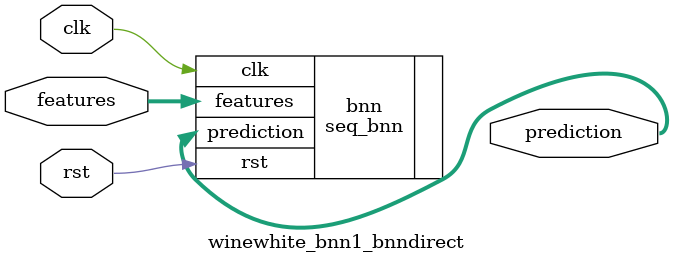
<source format=v>













module winewhite_bnn1_bnndirect #(

parameter FEAT_CNT = 11,
parameter HIDDEN_CNT = 40,
parameter FEAT_BITS = 4,
parameter CLASS_CNT = 7,
parameter TEST_CNT = 1000


  ) (
  input clk,
  input rst,
  input [FEAT_CNT*FEAT_BITS-1:0] features,
  output [$clog2(CLASS_CNT)-1:0] prediction
  );

  localparam Weights0 = 440'b00011010011100000111111101010010001110010001110101011000101011010010000000000011000101001110010010000100111010001101001110100111111011110001010100011011101001010000111100010010010001110111111110000101101000010110010010110011110000010011111001101101011011001100011111011100110101111011101001110010101011010100011100010010001011101010100111001101001100001000111101100101000011000001011110111101111001110110000111111100011001101010010011011010 ;
  localparam Weights1 = 280'b1100111000000011001100101100101011000111100011011110001100111111010011101101011100011011111010110001111101001110110101110000110111101010000011000100001011010011000011011110101100001111010011101101011100001101100010110001111111101110111001110000000011001010100110110101111011010110 ;

  seq_bnn #(.FEAT_CNT(FEAT_CNT),.FEAT_BITS(FEAT_BITS),.HIDDEN_CNT(HIDDEN_CNT),.CLASS_CNT(CLASS_CNT),.Weights0(Weights0),.Weights1(Weights1)) bnn (
    .clk(clk),
    .rst(rst),
    .features(features),
    .prediction(prediction)
  );

endmodule

</source>
